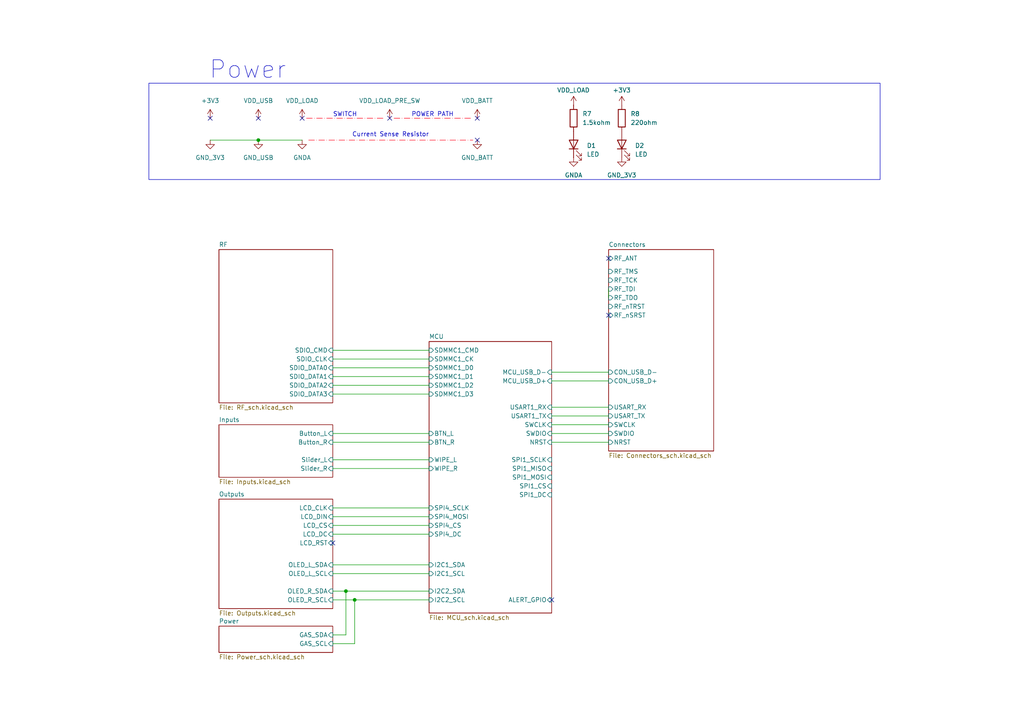
<source format=kicad_sch>
(kicad_sch (version 20231120) (generator "eeschema") (generator_version "8.0")
  (paper "A4")
  (lib_symbols
    (symbol "Device:LED" (pin_numbers hide) (pin_names (offset 1.016) hide)
      (property "Reference" "D" (at 0 2.54 0))
      (property "Value" "LED" (at 0 -2.54 0))
      (symbol "LED_0_1"
        (polyline (pts (xy -1.27 -1.27) (xy -1.27 1.27)) (stroke (width 0.254)))
        (polyline (pts (xy -1.27 0) (xy 1.27 0)))
        (polyline (pts (xy 1.27 -1.27) (xy 1.27 1.27) (xy -1.27 0) (xy 1.27 -1.27)) (stroke (width 0.254)))
        (polyline (pts (xy -3.048 -0.762) (xy -4.572 -2.286) (xy -3.81 -2.286) (xy -4.572 -2.286) (xy -4.572 -1.524)))
        (polyline (pts (xy -1.778 -0.762) (xy -3.302 -2.286) (xy -2.54 -2.286) (xy -3.302 -2.286) (xy -3.302 -1.524)))
      )
      (symbol "LED_1_1"
        (pin passive line (at -3.81 0 0) (length 2.54) (name "K") (number "1"))
        (pin passive line (at 3.81 0 180) (length 2.54) (name "A") (number "2"))
      )
    )
    (symbol "Device:R" (pin_numbers hide) (pin_names (offset 0))
      (property "Reference" "R" (at 2.032 0 90))
      (property "Value" "R" (at 0 0 90))
      (symbol "R_0_1"
        (rectangle (start -1.016 -2.54) (end 1.016 2.54) (stroke (width 0.254)))
      )
      (symbol "R_1_1"
        (pin passive line (at 0 3.81 270) (length 1.27) (name "~") (number "1"))
        (pin passive line (at 0 -3.81 90) (length 1.27) (name "~") (number "2"))
      )
    )
    (symbol "power:+3V3" (power) (pin_numbers hide) (pin_names (offset 0) hide)
      (property "Value" "+3V3" (at 0 3.556 0))
      (symbol "+3V3_0_1"
        (polyline (pts (xy -0.762 1.27) (xy 0 2.54)))
        (polyline (pts (xy 0 0) (xy 0 2.54)))
        (polyline (pts (xy 0 2.54) (xy 0.762 1.27)))
      )
      (symbol "+3V3_1_1"
        (pin power_in line (at 0 0 90) (length 0) (name "~") (number "1"))
      )
    )
    (symbol "power:GND" (power) (pin_numbers hide) (pin_names (offset 0) hide)
      (property "Value" "GND" (at 0 -3.81 0))
      (symbol "GND_0_1"
        (polyline (pts (xy 0 0) (xy 0 -1.27) (xy 1.27 -1.27) (xy 0 -2.54) (xy -1.27 -1.27) (xy 0 -1.27)))
      )
      (symbol "GND_1_1"
        (pin power_in line (at 0 0 270) (length 0) (name "~") (number "1"))
      )
    )
    (symbol "power:GNDA" (power) (pin_numbers hide) (pin_names (offset 0) hide)
      (property "Value" "GNDA" (at 0 -3.81 0))
      (symbol "GNDA_0_1"
        (polyline (pts (xy 0 0) (xy 0 -1.27) (xy 1.27 -1.27) (xy 0 -2.54) (xy -1.27 -1.27) (xy 0 -1.27)))
      )
      (symbol "GNDA_1_1"
        (pin power_in line (at 0 0 270) (length 0) (name "~") (number "1"))
      )
    )
  )
  (junction (at 102.87 173.99))
  (junction (at 74.93 40.64))
  (junction (at 100.33 171.45))
  (no_connect (at 113.03 34.29))
  (no_connect (at 74.93 34.29))
  (no_connect (at 138.43 40.64))
  (no_connect (at 176.53 91.44))
  (no_connect (at 176.53 74.93))
  (no_connect (at 60.96 34.29))
  (no_connect (at 96.52 157.48))
  (no_connect (at 160.02 173.99))
  (no_connect (at 87.63 34.29))
  (no_connect (at 138.43 34.29))
  (wire (pts (xy 160.02 110.49) (xy 176.53 110.49)))
  (polyline (pts (xy 114.3 34.29) (xy 136.525 34.29)) (stroke (width 0) (type dash_dot) (color 255 5 28 1)))
  (wire (pts (xy 96.52 173.99) (xy 102.87 173.99)))
  (wire (pts (xy 96.52 152.4) (xy 124.46 152.4)))
  (wire (pts (xy 96.52 163.83) (xy 124.46 163.83)))
  (polyline (pts (xy 88.9 34.29) (xy 111.125 34.29)) (stroke (width 0) (type dash_dot) (color 255 5 28 1)))
  (wire (pts (xy 100.33 171.45) (xy 124.46 171.45)))
  (wire (pts (xy 96.52 171.45) (xy 100.33 171.45)))
  (wire (pts (xy 160.02 123.19) (xy 176.53 123.19)))
  (wire (pts (xy 100.33 184.15) (xy 100.33 171.45)))
  (wire (pts (xy 74.93 40.64) (xy 87.63 40.64)))
  (wire (pts (xy 96.52 133.35) (xy 124.46 133.35)))
  (wire (pts (xy 96.52 106.68) (xy 124.46 106.68)))
  (wire (pts (xy 96.52 125.73) (xy 124.46 125.73)))
  (wire (pts (xy 96.52 135.89) (xy 124.46 135.89)))
  (wire (pts (xy 160.02 128.27) (xy 176.53 128.27)))
  (wire (pts (xy 96.52 186.69) (xy 102.87 186.69)))
  (wire (pts (xy 96.52 101.6) (xy 124.46 101.6)))
  (wire (pts (xy 102.87 173.99) (xy 124.46 173.99)))
  (wire (pts (xy 102.87 186.69) (xy 102.87 173.99)))
  (wire (pts (xy 160.02 118.11) (xy 176.53 118.11)))
  (wire (pts (xy 96.52 104.14) (xy 124.46 104.14)))
  (wire (pts (xy 96.52 166.37) (xy 124.46 166.37)))
  (wire (pts (xy 60.96 40.64) (xy 74.93 40.64)))
  (wire (pts (xy 96.52 149.86) (xy 124.46 149.86)))
  (wire (pts (xy 96.52 154.94) (xy 124.46 154.94)))
  (wire (pts (xy 96.52 109.22) (xy 124.46 109.22)))
  (wire (pts (xy 160.02 120.65) (xy 176.53 120.65)))
  (wire (pts (xy 160.02 125.73) (xy 176.53 125.73)))
  (wire (pts (xy 160.02 107.95) (xy 176.53 107.95)))
  (wire (pts (xy 176.53 86.36) (xy 176.53 83.82)))
  (wire (pts (xy 96.52 114.3) (xy 124.46 114.3)))
  (wire (pts (xy 96.52 147.32) (xy 124.46 147.32)))
  (wire (pts (xy 96.52 184.15) (xy 100.33 184.15)))
  (polyline (pts (xy 89.535 40.64) (xy 137.16 40.64)) (stroke (width 0) (type dash_dot) (color 255 5 28 1)))
  (wire (pts (xy 96.52 111.76) (xy 124.46 111.76)))
  (wire (pts (xy 96.52 128.27) (xy 124.46 128.27)))
  (rectangle (start 43.18 24.13) (end 255.27 52.07))
  (text "Power\n" (at 71.882 20.32 0) (effects (font (size 5.08 5.08))))
  (text "POWER PATH" (at 125.476 33.274 0) (effects (font (size 1.27 1.27))))
  (text "Current Sense Resistor\n" (at 113.284 39.116 0) (effects (font (size 1.27 1.27))))
  (text "SWITCH" (at 100.076 33.274 0) (effects (font (size 1.27 1.27))))
  (symbol (lib_id "power:GND") (at 138.43 40.64 0) (unit 1)
    (property "Reference" "#PWR015" (effects (hide yes)))
    (property "Value" "GND_BATT" (at 138.43 45.72 0))
    (property "Description" "Power symbol creates a global label with name \"GND\" , ground" (effects (hide yes)))
  )
  (symbol (lib_id "Device:LED") (at 180.34 41.91 90) (unit 1)
    (property "Reference" "D2" (at 184.15 42.2274 90) (effects (justify right)))
    (property "Value" "LED" (at 184.15 44.7674 90) (effects (justify right)))
    (property "Footprint" "LED_SMD:LED_0603_1608Metric" (effects (hide yes)))
    (property "Description" "Light emitting diode" (effects (hide yes)))
  )
  (symbol (lib_id "power:GND") (at 60.96 40.64 0) (unit 1)
    (property "Reference" "#PWR02" (effects (hide yes)))
    (property "Value" "GND_3V3" (at 60.96 45.72 0))
    (property "Description" "Power symbol creates a global label with name \"GND\" , ground" (effects (hide yes)))
  )
  (symbol (lib_id "power:+3V3") (at 180.34 30.48 0) (unit 1)
    (property "Reference" "#PWR040" (effects (hide yes)))
    (property "Value" "+3V3" (at 180.34 26.162 0))
    (property "Description" "Power symbol creates a global label with name \"+3V3\"" (effects (hide yes)))
  )
  (symbol (lib_id "power:+3V3") (at 138.43 34.29 0) (unit 1)
    (property "Reference" "#PWR031" (effects (hide yes)))
    (property "Value" "VDD_BATT" (at 138.43 29.21 0))
    (property "Description" "Power symbol creates a global label with name \"+3V3\"" (effects (hide yes)))
  )
  (symbol (lib_id "power:GND") (at 180.34 45.72 0) (unit 1)
    (property "Reference" "#PWR041" (effects (hide yes)))
    (property "Value" "GND_3V3" (at 180.34 50.8 0))
    (property "Description" "Power symbol creates a global label with name \"GND\" , ground" (effects (hide yes)))
  )
  (symbol (lib_id "power:+3V3") (at 60.96 34.29 0) (unit 1)
    (property "Reference" "#PWR01" (effects (hide yes)))
    (property "Value" "+3V3" (at 60.96 29.21 0))
    (property "Description" "Power symbol creates a global label with name \"+3V3\"" (effects (hide yes)))
  )
  (symbol (lib_id "Device:R") (at 166.37 34.29 0) (unit 1)
    (property "Reference" "R7" (at 168.91 33.0199 0) (effects (justify left)))
    (property "Value" "1.5kohm" (at 168.91 35.5599 0) (effects (justify left)))
    (property "Footprint" "Resistor_SMD:R_0603_1608Metric" (effects (hide yes)))
    (property "Description" "Resistor" (effects (hide yes)))
  )
  (symbol (lib_id "power:+3V3") (at 113.03 34.29 0) (unit 1)
    (property "Reference" "#PWR014" (effects (hide yes)))
    (property "Value" "VDD_LOAD_PRE_SW" (at 113.03 29.21 0))
    (property "Description" "Power symbol creates a global label with name \"+3V3\"" (effects (hide yes)))
  )
  (symbol (lib_id "power:+3V3") (at 74.93 34.29 0) (unit 1)
    (property "Reference" "#PWR03" (effects (hide yes)))
    (property "Value" "VDD_USB" (at 74.93 29.21 0))
    (property "Description" "Power symbol creates a global label with name \"+3V3\"" (effects (hide yes)))
  )
  (symbol (lib_id "power:GND") (at 74.93 40.64 0) (unit 1)
    (property "Reference" "#PWR0104" (effects (hide yes)))
    (property "Value" "GND_USB" (at 74.93 45.72 0))
    (property "Description" "Power symbol creates a global label with name \"GND\" , ground" (effects (hide yes)))
  )
  (symbol (lib_id "Device:LED") (at 166.37 41.91 90) (unit 1)
    (property "Reference" "D1" (at 170.18 42.2274 90) (effects (justify right)))
    (property "Value" "LED" (at 170.18 44.7674 90) (effects (justify right)))
    (property "Footprint" "LED_SMD:LED_0603_1608Metric" (effects (hide yes)))
    (property "Description" "Light emitting diode" (effects (hide yes)))
  )
  (symbol (lib_id "power:GNDA") (at 166.37 45.72 0) (unit 1)
    (property "Reference" "#PWR039" (effects (hide yes)))
    (property "Value" "GNDA" (at 166.37 50.8 0))
    (property "Description" "Power symbol creates a global label with name \"GNDA\" , analog ground" (effects (hide yes)))
  )
  (symbol (lib_id "power:+3V3") (at 166.37 30.48 0) (unit 1)
    (property "Reference" "#PWR033" (effects (hide yes)))
    (property "Value" "VDD_LOAD" (at 161.544 26.162 0) (effects (justify left)))
    (property "Description" "Power symbol creates a global label with name \"+3V3\"" (effects (hide yes)))
  )
  (symbol (lib_id "Device:R") (at 180.34 34.29 0) (unit 1)
    (property "Reference" "R8" (at 182.88 33.0199 0) (effects (justify left)))
    (property "Value" "220ohm" (at 182.88 35.5599 0) (effects (justify left)))
    (property "Footprint" "Resistor_SMD:R_0603_1608Metric" (effects (hide yes)))
    (property "Description" "Resistor" (effects (hide yes)))
  )
  (symbol (lib_id "power:+3V3") (at 87.63 34.29 0) (unit 1)
    (property "Reference" "#PWR04" (effects (hide yes)))
    (property "Value" "VDD_LOAD" (at 87.63 29.21 0))
    (property "Description" "Power symbol creates a global label with name \"+3V3\"" (effects (hide yes)))
  )
  (symbol (lib_id "power:GNDA") (at 87.63 40.64 0) (unit 1)
    (property "Reference" "#PWR07" (effects (hide yes)))
    (property "Value" "GNDA" (at 87.63 45.72 0))
    (property "Description" "Power symbol creates a global label with name \"GNDA\" , analog ground" (effects (hide yes)))
  )
  (sheet (at 63.5 123.19) (size 33.02 15.24) (stroke (width 0.1524))
    (property "Sheetname" "Inputs" (at 63.5 122.4784 0) (effects (justify left bottom)))
    (property "Sheetfile" "Inputs.kicad_sch" (at 63.5 139.0146 0) (effects (justify left top)))
    (pin "Button_L" input (at 96.52 125.73 0))
    (pin "Slider_R" input (at 96.52 135.89 0))
    (pin "Slider_L" input (at 96.52 133.35 0))
    (pin "Button_R" input (at 96.52 128.27 0))
  )
  (sheet (at 176.53 72.39) (size 30.48 58.42) (stroke (width 0.1524))
    (property "Sheetname" "Connectors" (at 176.53 71.6784 0) (effects (justify left bottom)))
    (property "Sheetfile" "Connectors_sch.kicad_sch" (at 176.53 131.3946 0) (effects (justify left top)))
    (pin "RF_ANT" input (at 176.53 74.93 180))
    (pin "USART_RX" input (at 176.53 118.11 180))
    (pin "USART_TX" input (at 176.53 120.65 180))
    (pin "SWCLK" input (at 176.53 123.19 180))
    (pin "SWDIO" input (at 176.53 125.73 180))
    (pin "NRST" input (at 176.53 128.27 180))
    (pin "CON_USB_D-" input (at 176.53 107.95 180))
    (pin "CON_USB_D+" input (at 176.53 110.49 180))
    (pin "RF_TCK" input (at 176.53 81.28 180))
    (pin "RF_TDI" input (at 176.53 83.82 180))
    (pin "RF_nSRST" input (at 176.53 91.44 180))
    (pin "RF_TDO" input (at 176.53 86.36 180))
    (pin "RF_nTRST" input (at 176.53 88.9 180))
    (pin "RF_TMS" input (at 176.53 78.74 180))
  )
  (sheet (at 63.5 72.39) (size 33.02 44.45) (stroke (width 0.1524))
    (property "Sheetname" "RF" (at 63.5 71.6784 0) (effects (justify left bottom)))
    (property "Sheetfile" "RF_sch.kicad_sch" (at 63.5 117.4246 0) (effects (justify left top)))
    (pin "SDIO_CLK" input (at 96.52 104.14 0))
    (pin "SDIO_CMD" input (at 96.52 101.6 0))
    (pin "SDIO_DATA0" input (at 96.52 106.68 0))
    (pin "SDIO_DATA3" input (at 96.52 114.3 0))
    (pin "SDIO_DATA1" input (at 96.52 109.22 0))
    (pin "SDIO_DATA2" input (at 96.52 111.76 0))
  )
  (sheet (at 124.46 99.06) (size 35.56 78.74) (stroke (width 0.1524))
    (property "Sheetname" "MCU" (at 124.46 98.3484 0) (effects (justify left bottom)))
    (property "Sheetfile" "MCU_sch.kicad_sch" (at 124.46 178.3846 0) (effects (justify left top)))
    (pin "USART1_TX" input (at 160.02 120.65 0))
    (pin "USART1_RX" input (at 160.02 118.11 0))
    (pin "NRST" input (at 160.02 128.27 0))
    (pin "SWDIO" input (at 160.02 125.73 0))
    (pin "SWCLK" input (at 160.02 123.19 0))
    (pin "I2C1_SCL" input (at 124.46 166.37 180))
    (pin "I2C1_SDA" input (at 124.46 163.83 180))
    (pin "I2C2_SCL" input (at 124.46 173.99 180))
    (pin "I2C2_SDA" input (at 124.46 171.45 180))
    (pin "BTN_L" input (at 124.46 125.73 180))
    (pin "BTN_R" input (at 124.46 128.27 180))
    (pin "WIPE_R" input (at 124.46 135.89 180))
    (pin "WIPE_L" input (at 124.46 133.35 180))
    (pin "MCU_USB_D-" input (at 160.02 107.95 0))
    (pin "MCU_USB_D+" input (at 160.02 110.49 0))
    (pin "SPI1_SCLK" input (at 160.02 133.35 0))
    (pin "SPI1_MISO" input (at 160.02 135.89 0))
    (pin "SPI1_MOSI" input (at 160.02 138.43 0))
    (pin "ALERT_GPIO" input (at 160.02 173.99 0))
    (pin "SPI4_MOSI" input (at 124.46 149.86 180))
    (pin "SPI4_SCLK" input (at 124.46 147.32 180))
    (pin "SPI1_CS" input (at 160.02 140.97 0))
    (pin "SPI1_DC" input (at 160.02 143.51 0))
    (pin "SDMMC1_CMD" input (at 124.46 101.6 180))
    (pin "SDMMC1_D0" input (at 124.46 106.68 180))
    (pin "SDMMC1_D1" input (at 124.46 109.22 180))
    (pin "SDMMC1_D2" input (at 124.46 111.76 180))
    (pin "SDMMC1_CK" input (at 124.46 104.14 180))
    (pin "SDMMC1_D3" input (at 124.46 114.3 180))
    (pin "SPI4_CS" input (at 124.46 152.4 180))
    (pin "SPI4_DC" input (at 124.46 154.94 180))
  )
  (sheet (at 63.5 181.61) (size 33.02 7.62) (stroke (width 0.1524))
    (property "Sheetname" "Power" (at 63.5 180.8984 0) (effects (justify left bottom)))
    (property "Sheetfile" "Power_sch.kicad_sch" (at 63.5 189.8146 0) (effects (justify left top)))
    (pin "GAS_SCL" input (at 96.52 186.69 0))
    (pin "GAS_SDA" input (at 96.52 184.15 0))
  )
  (sheet (at 63.5 144.78) (size 33.02 31.75) (stroke (width 0.1524))
    (property "Sheetname" "Outputs" (at 63.5 144.0684 0) (effects (justify left bottom)))
    (property "Sheetfile" "Outputs.kicad_sch" (at 63.5 177.1146 0) (effects (justify left top)))
    (pin "LCD_CLK" input (at 96.52 147.32 0))
    (pin "LCD_DIN" input (at 96.52 149.86 0))
    (pin "LCD_CS" input (at 96.52 152.4 0))
    (pin "LCD_DC" input (at 96.52 154.94 0))
    (pin "LCD_RST" input (at 96.52 157.48 0))
    (pin "OLED_L_SCL" input (at 96.52 166.37 0))
    (pin "OLED_L_SDA" input (at 96.52 163.83 0))
    (pin "OLED_R_SDA" input (at 96.52 171.45 0))
    (pin "OLED_R_SCL" input (at 96.52 173.99 0))
  )
)
</source>
